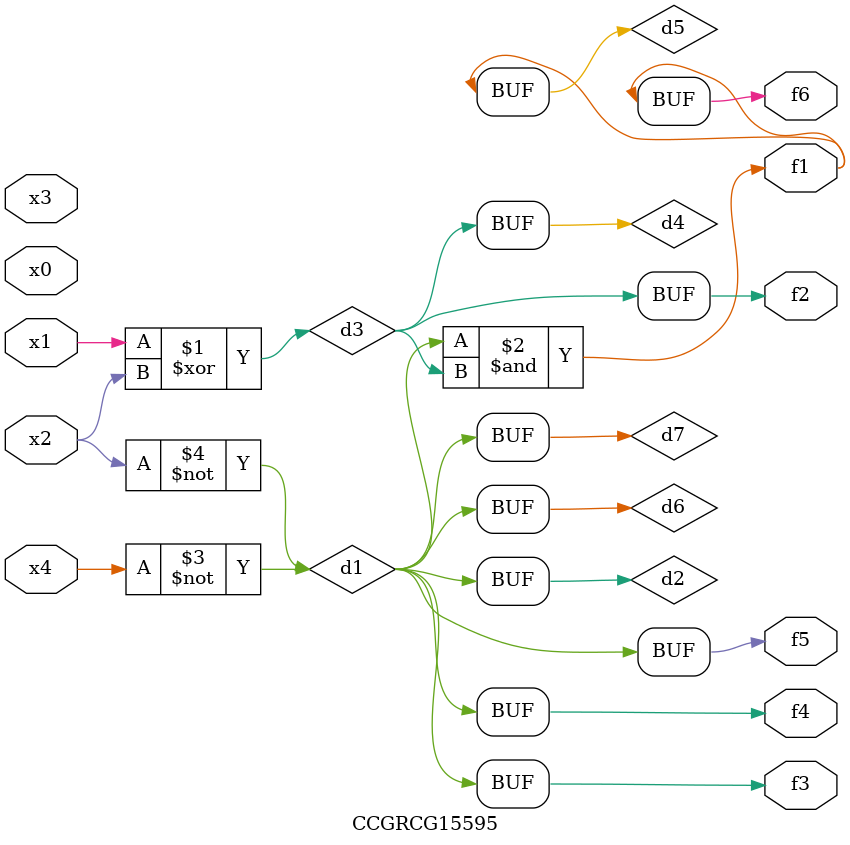
<source format=v>
module CCGRCG15595(
	input x0, x1, x2, x3, x4,
	output f1, f2, f3, f4, f5, f6
);

	wire d1, d2, d3, d4, d5, d6, d7;

	not (d1, x4);
	not (d2, x2);
	xor (d3, x1, x2);
	buf (d4, d3);
	and (d5, d1, d3);
	buf (d6, d1, d2);
	buf (d7, d2);
	assign f1 = d5;
	assign f2 = d4;
	assign f3 = d7;
	assign f4 = d7;
	assign f5 = d7;
	assign f6 = d5;
endmodule

</source>
